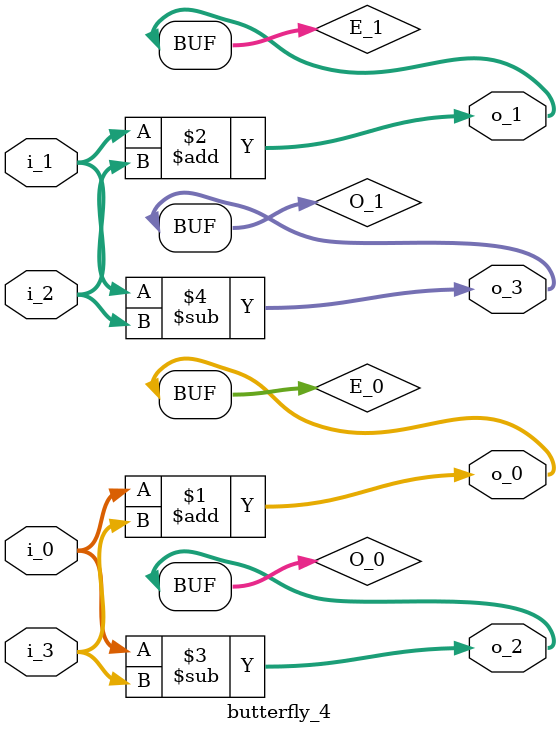
<source format=v>
module butterfly_4#(
    parameter IN_WIDTH = 20
)
(
//input data
    input   signed  [IN_WIDTH - 1 : 0]  i_0     ,
    input   signed  [IN_WIDTH - 1 : 0]  i_1     ,
    input   signed  [IN_WIDTH - 1 : 0]  i_2     ,
    input   signed  [IN_WIDTH - 1 : 0]  i_3     ,
//output data
    output  signed  [IN_WIDTH     : 0]  o_0     ,//E
    output  signed  [IN_WIDTH     : 0]  o_1     ,
    output  signed  [IN_WIDTH     : 0]  o_2     ,//O
    output  signed  [IN_WIDTH     : 0]  o_3     
);

//Éú³ÉµûÐÎÔËËãµ¥Ôª
//E/O
    wire signed [IN_WIDTH : 0] E_0 = i_0 + i_3;
    wire signed [IN_WIDTH : 0] E_1 = i_1 + i_2;
    wire signed [IN_WIDTH : 0] O_0 = i_0 - i_3;
    wire signed [IN_WIDTH : 0] O_1 = i_1 - i_2;

//output
    assign o_0 = E_0;
    assign o_1 = E_1;
    assign o_2 = O_0;
    assign o_3 = O_1;

endmodule

</source>
